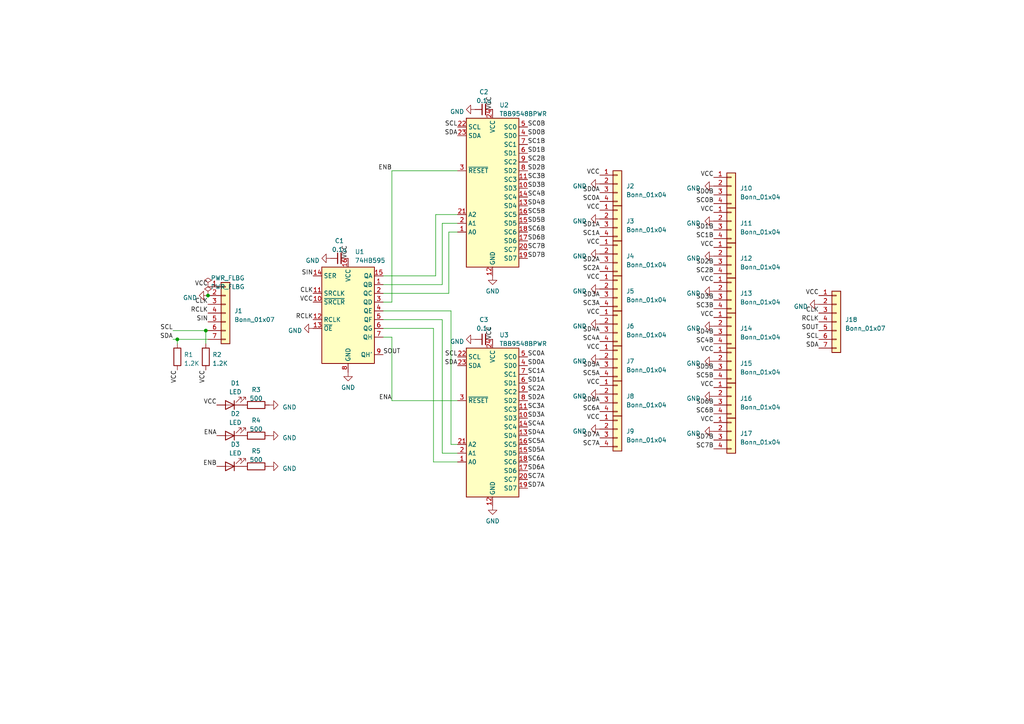
<source format=kicad_sch>
(kicad_sch (version 20230121) (generator eeschema)
  (paper "A4")
  (lib_symbols
    (symbol "74xx:74HC595"
      (property "Reference" "U" (at -7.62 13.97 0))
      (property "Value" "74HC595" (at -7.62 -16.51 0))
      (symbol "74HC595_1_0"
        (pin tri_state line (at 10.16 7.62 180) (length 2.54) (name "QB") (number "1"))
        (pin input line (at -10.16 2.54 0) (length 2.54) (name "~{SRCLR}") (number "10"))
        (pin input line (at -10.16 5.08 0) (length 2.54) (name "SRCLK") (number "11"))
        (pin input line (at -10.16 -2.54 0) (length 2.54) (name "RCLK") (number "12"))
        (pin input line (at -10.16 -5.08 0) (length 2.54) (name "~{OE}") (number "13"))
        (pin input line (at -10.16 10.16 0) (length 2.54) (name "SER") (number "14"))
        (pin tri_state line (at 10.16 10.16 180) (length 2.54) (name "QA") (number "15"))
        (pin power_in line (at 0 15.24 270) (length 2.54) (name "VCC") (number "16"))
        (pin tri_state line (at 10.16 5.08 180) (length 2.54) (name "QC") (number "2"))
        (pin tri_state line (at 10.16 2.54 180) (length 2.54) (name "QD") (number "3"))
        (pin tri_state line (at 10.16 0 180) (length 2.54) (name "QE") (number "4"))
        (pin tri_state line (at 10.16 -2.54 180) (length 2.54) (name "QF") (number "5"))
        (pin tri_state line (at 10.16 -5.08 180) (length 2.54) (name "QG") (number "6"))
        (pin tri_state line (at 10.16 -7.62 180) (length 2.54) (name "QH") (number "7"))
        (pin power_in line (at 0 -17.78 90) (length 2.54) (name "GND") (number "8"))
        (pin output line (at 10.16 -12.7 180) (length 2.54) (name "QH'") (number "9"))
      )
      (symbol "74HC595_1_1"
        (rectangle (start -7.62 12.7) (end 7.62 -15.24) (stroke (width 0.254)) (fill (type background)))
      )
    )
    (symbol "Connector_Generic:Conn_01x04" (pin_names (offset 1.016) hide)
      (property "Reference" "J" (at 0 5.08 0))
      (property "Value" "Conn_01x04" (at 0 -7.62 0))
      (symbol "Conn_01x04_1_1"
        (rectangle (start -1.27 -4.953) (end 0 -5.207) (stroke (width 0.1524)))
        (rectangle (start -1.27 -2.413) (end 0 -2.667) (stroke (width 0.1524)))
        (rectangle (start -1.27 0.127) (end 0 -0.127) (stroke (width 0.1524)))
        (rectangle (start -1.27 2.667) (end 0 2.413) (stroke (width 0.1524)))
        (rectangle (start -1.27 3.81) (end 1.27 -6.35) (stroke (width 0.254)) (fill (type background)))
        (pin passive line (at -5.08 2.54 0) (length 3.81) (name "Pin_1") (number "1"))
        (pin passive line (at -5.08 0 0) (length 3.81) (name "Pin_2") (number "2"))
        (pin passive line (at -5.08 -2.54 0) (length 3.81) (name "Pin_3") (number "3"))
        (pin passive line (at -5.08 -5.08 0) (length 3.81) (name "Pin_4") (number "4"))
      )
    )
    (symbol "Connector_Generic:Conn_01x07" (pin_names (offset 1.016) hide)
      (property "Reference" "J" (at 0 10.16 0))
      (property "Value" "Conn_01x07" (at 0 -10.16 0))
      (symbol "Conn_01x07_1_1"
        (rectangle (start -1.27 -7.493) (end 0 -7.747) (stroke (width 0.1524)))
        (rectangle (start -1.27 -4.953) (end 0 -5.207) (stroke (width 0.1524)))
        (rectangle (start -1.27 -2.413) (end 0 -2.667) (stroke (width 0.1524)))
        (rectangle (start -1.27 0.127) (end 0 -0.127) (stroke (width 0.1524)))
        (rectangle (start -1.27 2.667) (end 0 2.413) (stroke (width 0.1524)))
        (rectangle (start -1.27 5.207) (end 0 4.953) (stroke (width 0.1524)))
        (rectangle (start -1.27 7.747) (end 0 7.493) (stroke (width 0.1524)))
        (rectangle (start -1.27 8.89) (end 1.27 -8.89) (stroke (width 0.254)) (fill (type background)))
        (pin passive line (at -5.08 7.62 0) (length 3.81) (name "Pin_1") (number "1"))
        (pin passive line (at -5.08 5.08 0) (length 3.81) (name "Pin_2") (number "2"))
        (pin passive line (at -5.08 2.54 0) (length 3.81) (name "Pin_3") (number "3"))
        (pin passive line (at -5.08 0 0) (length 3.81) (name "Pin_4") (number "4"))
        (pin passive line (at -5.08 -2.54 0) (length 3.81) (name "Pin_5") (number "5"))
        (pin passive line (at -5.08 -5.08 0) (length 3.81) (name "Pin_6") (number "6"))
        (pin passive line (at -5.08 -7.62 0) (length 3.81) (name "Pin_7") (number "7"))
      )
    )
    (symbol "Device:C_Small" (pin_numbers hide) (pin_names (offset 0.254) hide)
      (property "Reference" "C" (at 0.254 1.778 0))
      (property "Value" "C_Small" (at 0.254 -2.032 0))
      (symbol "C_Small_0_1"
        (polyline (pts (xy -1.524 -0.508) (xy 1.524 -0.508)) (stroke (width 0.3302)))
        (polyline (pts (xy -1.524 0.508) (xy 1.524 0.508)) (stroke (width 0.3048)))
      )
      (symbol "C_Small_1_1"
        (pin passive line (at 0 2.54 270) (length 2.032) (name "~") (number "1"))
        (pin passive line (at 0 -2.54 90) (length 2.032) (name "~") (number "2"))
      )
    )
    (symbol "Device:LED" (pin_numbers hide) (pin_names (offset 1.016) hide)
      (property "Reference" "D" (at 0 2.54 0))
      (property "Value" "LED" (at 0 -2.54 0))
      (symbol "LED_0_1"
        (polyline (pts (xy -1.27 -1.27) (xy -1.27 1.27)) (stroke (width 0.254)))
        (polyline (pts (xy -1.27 0) (xy 1.27 0)))
        (polyline (pts (xy 1.27 -1.27) (xy 1.27 1.27) (xy -1.27 0) (xy 1.27 -1.27)) (stroke (width 0.254)))
        (polyline (pts (xy -3.048 -0.762) (xy -4.572 -2.286) (xy -3.81 -2.286) (xy -4.572 -2.286) (xy -4.572 -1.524)))
        (polyline (pts (xy -1.778 -0.762) (xy -3.302 -2.286) (xy -2.54 -2.286) (xy -3.302 -2.286) (xy -3.302 -1.524)))
      )
      (symbol "LED_1_1"
        (pin passive line (at -3.81 0 0) (length 2.54) (name "K") (number "1"))
        (pin passive line (at 3.81 0 180) (length 2.54) (name "A") (number "2"))
      )
    )
    (symbol "Device:R" (pin_numbers hide) (pin_names (offset 0))
      (property "Reference" "R" (at 2.032 0 90))
      (property "Value" "R" (at 0 0 90))
      (symbol "R_0_1"
        (rectangle (start -1.016 -2.54) (end 1.016 2.54) (stroke (width 0.254)))
      )
      (symbol "R_1_1"
        (pin passive line (at 0 3.81 270) (length 1.27) (name "~") (number "1"))
        (pin passive line (at 0 -3.81 90) (length 1.27) (name "~") (number "2"))
      )
    )
    (symbol "Interface_Expansion:TCA9548APWR"
      (property "Reference" "U" (at -7.62 21.59 0))
      (property "Value" "TCA9548APWR" (at 1.016 21.59 0))
      (symbol "TCA9548APWR_0_1"
        (rectangle (start -7.62 20.32) (end 7.62 -22.86) (stroke (width 0.254)) (fill (type background)))
      )
      (symbol "TCA9548APWR_1_1"
        (pin input line (at -10.16 -12.7 0) (length 2.54) (name "A0") (number "1"))
        (pin bidirectional line (at 10.16 0 180) (length 2.54) (name "SD3") (number "10"))
        (pin output line (at 10.16 2.54 180) (length 2.54) (name "SC3") (number "11"))
        (pin power_in line (at 0 -25.4 90) (length 2.54) (name "GND") (number "12"))
        (pin bidirectional line (at 10.16 -5.08 180) (length 2.54) (name "SD4") (number "13"))
        (pin output line (at 10.16 -2.54 180) (length 2.54) (name "SC4") (number "14"))
        (pin bidirectional line (at 10.16 -10.16 180) (length 2.54) (name "SD5") (number "15"))
        (pin output line (at 10.16 -7.62 180) (length 2.54) (name "SC5") (number "16"))
        (pin bidirectional line (at 10.16 -15.24 180) (length 2.54) (name "SD6") (number "17"))
        (pin output line (at 10.16 -12.7 180) (length 2.54) (name "SC6") (number "18"))
        (pin bidirectional line (at 10.16 -20.32 180) (length 2.54) (name "SD7") (number "19"))
        (pin input line (at -10.16 -10.16 0) (length 2.54) (name "A1") (number "2"))
        (pin output line (at 10.16 -17.78 180) (length 2.54) (name "SC7") (number "20"))
        (pin input line (at -10.16 -7.62 0) (length 2.54) (name "A2") (number "21"))
        (pin input line (at -10.16 17.78 0) (length 2.54) (name "SCL") (number "22"))
        (pin bidirectional line (at -10.16 15.24 0) (length 2.54) (name "SDA") (number "23"))
        (pin power_in line (at 0 22.86 270) (length 2.54) (name "VCC") (number "24"))
        (pin input line (at -10.16 5.08 0) (length 2.54) (name "~{RESET}") (number "3"))
        (pin bidirectional line (at 10.16 15.24 180) (length 2.54) (name "SD0") (number "4"))
        (pin output line (at 10.16 17.78 180) (length 2.54) (name "SC0") (number "5"))
        (pin bidirectional line (at 10.16 10.16 180) (length 2.54) (name "SD1") (number "6"))
        (pin output line (at 10.16 12.7 180) (length 2.54) (name "SC1") (number "7"))
        (pin bidirectional line (at 10.16 5.08 180) (length 2.54) (name "SD2") (number "8"))
        (pin output line (at 10.16 7.62 180) (length 2.54) (name "SC2") (number "9"))
      )
    )
    (symbol "power:GND" (power) (pin_names (offset 0))
      (property "Value" "GND" (at 0 -3.81 0))
      (symbol "GND_0_1"
        (polyline (pts (xy 0 0) (xy 0 -1.27) (xy 1.27 -1.27) (xy 0 -2.54) (xy -1.27 -1.27) (xy 0 -1.27)))
      )
      (symbol "GND_1_1"
        (pin power_in line (at 0 0 270) (length 0) hide (name "GND") (number "1"))
      )
    )
    (symbol "power:PWR_FLAG" (power) (pin_numbers hide) (pin_names (offset 0) hide)
      (property "Value" "PWR_FLAG" (at 0 3.81 0))
      (symbol "PWR_FLAG_0_0"
        (pin power_out line (at 0 0 90) (length 0) (name "pwr") (number "1"))
      )
      (symbol "PWR_FLAG_0_1"
        (polyline (pts (xy 0 0) (xy 0 1.27) (xy -1.016 1.905) (xy 0 2.54) (xy 1.016 1.905) (xy 0 1.27)))
      )
    )
  )
  (junction (at 51.435 98.425))
  (junction (at 60.325 85.725))
  (junction (at 59.69 95.885))
  (wire (pts (xy 113.665 97.79) (xy 111.125 97.79)))
  (wire (pts (xy 132.715 133.985) (xy 125.73 133.985)))
  (wire (pts (xy 113.665 116.205) (xy 113.665 97.79)))
  (wire (pts (xy 132.715 67.31) (xy 130.175 67.31)))
  (wire (pts (xy 111.125 80.01) (xy 126.365 80.01)))
  (wire (pts (xy 125.73 95.25) (xy 111.125 95.25)))
  (wire (pts (xy 51.435 99.695) (xy 51.435 98.425)))
  (wire (pts (xy 130.175 67.31) (xy 130.175 85.09)))
  (wire (pts (xy 51.435 98.425) (xy 50.165 98.425)))
  (wire (pts (xy 126.365 62.23) (xy 132.715 62.23)))
  (wire (pts (xy 132.715 116.205) (xy 113.665 116.205)))
  (wire (pts (xy 128.27 131.445) (xy 128.27 92.71)))
  (wire (pts (xy 128.27 82.55) (xy 128.27 64.77)))
  (wire (pts (xy 130.81 128.905) (xy 130.81 90.17)))
  (wire (pts (xy 132.715 131.445) (xy 128.27 131.445)))
  (wire (pts (xy 128.27 64.77) (xy 132.715 64.77)))
  (wire (pts (xy 113.665 49.53) (xy 113.665 87.63)))
  (wire (pts (xy 51.435 98.425) (xy 60.325 98.425)))
  (wire (pts (xy 132.715 128.905) (xy 130.81 128.905)))
  (wire (pts (xy 126.365 80.01) (xy 126.365 62.23)))
  (wire (pts (xy 125.73 133.985) (xy 125.73 95.25)))
  (wire (pts (xy 130.175 85.09) (xy 111.125 85.09)))
  (wire (pts (xy 132.715 49.53) (xy 113.665 49.53)))
  (wire (pts (xy 59.69 95.885) (xy 59.69 99.695)))
  (wire (pts (xy 59.69 95.885) (xy 60.325 95.885)))
  (wire (pts (xy 111.125 82.55) (xy 128.27 82.55)))
  (wire (pts (xy 113.665 87.63) (xy 111.125 87.63)))
  (wire (pts (xy 50.165 95.885) (xy 59.69 95.885)))
  (wire (pts (xy 128.27 92.71) (xy 111.125 92.71)))
  (wire (pts (xy 130.81 90.17) (xy 111.125 90.17)))
  (label "SC0B" (at 153.035 36.83 0))
  (label "VCC" (at 142.875 31.75 90))
  (label "SD3B" (at 153.035 54.61 0))
  (label "SCL" (at 132.715 36.83 180))
  (label "SD3B" (at 207.01 86.995 180))
  (label "SC4A" (at 153.035 123.825 0))
  (label "VCC" (at 142.875 98.425 90))
  (label "SD5B" (at 153.035 64.77 0))
  (label "VCC" (at 173.99 50.8 180))
  (label "SC1B" (at 153.035 41.91 0))
  (label "SC3B" (at 153.035 52.07 0))
  (label "SD7B" (at 207.01 127.635 180))
  (label "SD5B" (at 207.01 107.315 180))
  (label "ENA" (at 62.865 126.365 180))
  (label "SD7A" (at 153.035 141.605 0))
  (label "SD2B" (at 153.035 49.53 0))
  (label "SD5A" (at 173.99 106.68 180))
  (label "SC2A" (at 173.99 78.74 180))
  (label "VCC" (at 207.01 92.075 180))
  (label "SC5B" (at 207.01 109.855 180))
  (label "SC1A" (at 153.035 108.585 0))
  (label "RCLK" (at 90.805 92.71 180))
  (label "SC4B" (at 153.035 57.15 0))
  (label "SC5A" (at 153.035 128.905 0))
  (label "VCC" (at 173.99 91.44 180))
  (label "SC7B" (at 153.035 72.39 0))
  (label "CLK" (at 60.325 88.265 180))
  (label "SC6A" (at 153.035 133.985 0))
  (label "SC2A" (at 153.035 113.665 0))
  (label "SD0B" (at 207.01 56.515 180))
  (label "VCC" (at 59.69 107.315 270))
  (label "VCC" (at 51.435 107.315 270))
  (label "ENB" (at 62.865 135.255 180))
  (label "SD5A" (at 153.035 131.445 0))
  (label "SD7A" (at 173.99 127 180))
  (label "SC3B" (at 207.01 89.535 180))
  (label "SDA" (at 132.715 39.37 180))
  (label "SC2B" (at 153.035 46.99 0))
  (label "VCC" (at 173.99 81.28 180))
  (label "SDA" (at 237.49 100.965 180))
  (label "VCC" (at 100.965 74.93 90))
  (label "SC5B" (at 153.035 62.23 0))
  (label "SD0B" (at 153.035 39.37 0))
  (label "SIN" (at 90.805 80.01 180))
  (label "CLK" (at 90.805 85.09 180))
  (label "VCC" (at 207.01 112.395 180))
  (label "RCLK" (at 60.325 90.805 180))
  (label "VCC" (at 207.01 102.235 180))
  (label "SD4A" (at 173.99 96.52 180))
  (label "SD6A" (at 153.035 136.525 0))
  (label "SC2B" (at 207.01 79.375 180))
  (label "VCC" (at 207.01 71.755 180))
  (label "VCC" (at 173.99 101.6 180))
  (label "SC7A" (at 173.99 129.54 180))
  (label "SD0A" (at 173.99 55.88 180))
  (label "SC6B" (at 153.035 67.31 0))
  (label "SCL" (at 50.165 95.885 180))
  (label "SD6B" (at 153.035 69.85 0))
  (label "SC7B" (at 207.01 130.175 180))
  (label "SD2B" (at 207.01 76.835 180))
  (label "SC0A" (at 153.035 103.505 0))
  (label "SC5A" (at 173.99 109.22 180))
  (label "SC3A" (at 153.035 118.745 0))
  (label "SC4A" (at 173.99 99.06 180))
  (label "SD6A" (at 173.99 116.84 180))
  (label "SCL" (at 237.49 98.425 180))
  (label "VCC" (at 173.99 60.96 180))
  (label "VCC" (at 207.01 122.555 180))
  (label "SOUT" (at 111.125 102.87 0))
  (label "VCC" (at 237.49 85.725 180))
  (label "ENA" (at 113.665 116.205 180))
  (label "SD6B" (at 207.01 117.475 180))
  (label "SC1B" (at 207.01 69.215 180))
  (label "VCC" (at 90.805 87.63 180))
  (label "SC3A" (at 173.99 88.9 180))
  (label "SC7A" (at 153.035 139.065 0))
  (label "SC6A" (at 173.99 119.38 180))
  (label "SD3A" (at 173.99 86.36 180))
  (label "SC0A" (at 173.99 58.42 180))
  (label "VCC" (at 62.865 117.475 180))
  (label "SD1B" (at 153.035 44.45 0))
  (label "ENB" (at 113.665 49.53 180))
  (label "SC1A" (at 173.99 68.58 180))
  (label "CLK" (at 237.49 90.805 180))
  (label "SD2A" (at 173.99 76.2 180))
  (label "SD4A" (at 153.035 126.365 0))
  (label "SD4B" (at 207.01 97.155 180))
  (label "SD2A" (at 153.035 116.205 0))
  (label "SC4B" (at 207.01 99.695 180))
  (label "SIN" (at 60.325 93.345 180))
  (label "SD7B" (at 153.035 74.93 0))
  (label "VCC" (at 173.99 71.12 180))
  (label "VCC" (at 207.01 61.595 180))
  (label "SC6B" (at 207.01 120.015 180))
  (label "VCC" (at 207.01 51.435 180))
  (label "SC0B" (at 207.01 59.055 180))
  (label "SCL" (at 132.715 103.505 180))
  (label "SDA" (at 50.165 98.425 180))
  (label "VCC" (at 173.99 121.92 180))
  (label "SD1A" (at 153.035 111.125 0))
  (label "SD1A" (at 173.99 66.04 180))
  (label "VCC" (at 60.325 83.185 180))
  (label "SD0A" (at 153.035 106.045 0))
  (label "RCLK" (at 237.49 93.345 180))
  (label "SD4B" (at 153.035 59.69 0))
  (label "SD1B" (at 207.01 66.675 180))
  (label "SOUT" (at 237.49 95.885 180))
  (label "SDA" (at 132.715 106.045 180))
  (label "VCC" (at 173.99 111.76 180))
  (label "SD3A" (at 153.035 121.285 0))
  (label "VCC" (at 207.01 81.915 180))
  (symbol (lib_id "Device:R") (at 74.295 126.365 90) (unit 1)
    (property "Reference" "R4" (at 74.295 121.92 90))
    (property "Value" "500" (at 74.295 124.46 90))
    (property "Footprint" "Resistor_SMD:R_0402_1005Metric" (effects hide))
  )
  (symbol (lib_id "Connector_Generic:Conn_01x04") (at 212.09 64.135 0) (unit 1)
    (property "Reference" "J11" (at 214.63 64.77 0) (effects (justify left)))
    (property "Value" "Bonn_01x04" (at 214.63 67.31 0) (effects (justify left)))
    (property "Footprint" "Connector_PinHeader_2.54mm:PinHeader_1x04_P2.54mm_Vertical" (effects hide))
  )
  (symbol (lib_id "Device:C_Small") (at 98.425 74.93 90) (unit 1)
    (property "Reference" "C1" (at 98.4313 69.85 90))
    (property "Value" "0.1u" (at 98.4313 72.39 90))
    (property "Footprint" "Capacitor_SMD:C_0402_1005Metric" (effects hide))
  )
  (symbol (lib_id "power:GND") (at 142.875 80.01 0) (unit 1)
    (property "Reference" "#PWR09" (effects hide))
    (property "Value" "GND" (at 142.875 84.455 0))
  )
  (symbol (lib_id "power:GND") (at 173.99 83.82 270) (unit 1)
    (property "Reference" "#PWR012" (effects hide))
    (property "Value" "GND" (at 170.18 84.455 90) (effects (justify right)))
  )
  (symbol (lib_id "power:GND") (at 78.105 126.365 90) (unit 1)
    (property "Reference" "#PWR027" (effects hide))
    (property "Value" "GND" (at 81.915 127 90) (effects (justify right)))
  )
  (symbol (lib_id "Connector_Generic:Conn_01x04") (at 179.07 104.14 0) (unit 1)
    (property "Reference" "J7" (at 181.61 104.775 0) (effects (justify left)))
    (property "Value" "Bonn_01x04" (at 181.61 107.315 0) (effects (justify left)))
    (property "Footprint" "Connector_PinHeader_2.54mm:PinHeader_1x04_P2.54mm_Vertical" (effects hide))
  )
  (symbol (lib_id "power:GND") (at 173.99 124.46 270) (unit 1)
    (property "Reference" "#PWR024" (effects hide))
    (property "Value" "GND" (at 170.18 125.095 90) (effects (justify right)))
  )
  (symbol (lib_id "power:GND") (at 137.795 31.75 270) (unit 1)
    (property "Reference" "#PWR01" (effects hide))
    (property "Value" "GND" (at 134.62 32.385 90) (effects (justify right)))
  )
  (symbol (lib_id "power:GND") (at 60.325 85.725 270) (unit 1)
    (property "Reference" "#PWR010" (effects hide))
    (property "Value" "GND" (at 57.15 86.36 90) (effects (justify right)))
  )
  (symbol (lib_id "power:GND") (at 207.01 74.295 270) (unit 1)
    (property "Reference" "#PWR07" (effects hide))
    (property "Value" "GND" (at 203.2 74.93 90) (effects (justify right)))
  )
  (symbol (lib_id "power:GND") (at 78.105 135.255 90) (unit 1)
    (property "Reference" "#PWR028" (effects hide))
    (property "Value" "GND" (at 81.915 135.89 90) (effects (justify right)))
  )
  (symbol (lib_id "power:GND") (at 173.99 53.34 270) (unit 1)
    (property "Reference" "#PWR03" (effects hide))
    (property "Value" "GND" (at 170.18 53.975 90) (effects (justify right)))
  )
  (symbol (lib_id "Connector_Generic:Conn_01x04") (at 212.09 84.455 0) (unit 1)
    (property "Reference" "J13" (at 214.63 85.09 0) (effects (justify left)))
    (property "Value" "Bonn_01x04" (at 214.63 87.63 0) (effects (justify left)))
    (property "Footprint" "Connector_PinHeader_2.54mm:PinHeader_1x04_P2.54mm_Vertical" (effects hide))
  )
  (symbol (lib_id "Device:LED") (at 66.675 117.475 180) (unit 1)
    (property "Reference" "D1" (at 68.2625 111.125 0))
    (property "Value" "LED" (at 68.2625 113.665 0))
    (property "Footprint" "LED_SMD:LED_0603_1608Metric" (effects hide))
  )
  (symbol (lib_id "Device:R") (at 51.435 103.505 0) (unit 1)
    (property "Reference" "R1" (at 53.34 102.87 0) (effects (justify left)))
    (property "Value" "1.2K" (at 53.34 105.41 0) (effects (justify left)))
    (property "Footprint" "Resistor_SMD:R_0402_1005Metric" (effects hide))
  )
  (symbol (lib_id "Connector_Generic:Conn_01x04") (at 179.07 114.3 0) (unit 1)
    (property "Reference" "J8" (at 181.61 114.935 0) (effects (justify left)))
    (property "Value" "Bonn_01x04" (at 181.61 117.475 0) (effects (justify left)))
    (property "Footprint" "Connector_PinHeader_2.54mm:PinHeader_1x04_P2.54mm_Vertical" (effects hide))
  )
  (symbol (lib_id "Connector_Generic:Conn_01x07") (at 242.57 93.345 0) (unit 1)
    (property "Reference" "J18" (at 245.11 92.71 0) (effects (justify left)))
    (property "Value" "Bonn_01x07" (at 245.11 95.25 0) (effects (justify left)))
    (property "Footprint" "Connector_PinHeader_2.54mm:PinHeader_1x07_P2.54mm_Horizontal" (effects hide))
  )
  (symbol (lib_id "Connector_Generic:Conn_01x04") (at 179.07 73.66 0) (unit 1)
    (property "Reference" "J4" (at 181.61 74.295 0) (effects (justify left)))
    (property "Value" "Bonn_01x04" (at 181.61 76.835 0) (effects (justify left)))
    (property "Footprint" "Connector_PinHeader_2.54mm:PinHeader_1x04_P2.54mm_Vertical" (effects hide))
  )
  (symbol (lib_id "Connector_Generic:Conn_01x04") (at 212.09 104.775 0) (unit 1)
    (property "Reference" "J15" (at 214.63 105.41 0) (effects (justify left)))
    (property "Value" "Bonn_01x04" (at 214.63 107.95 0) (effects (justify left)))
    (property "Footprint" "Connector_PinHeader_2.54mm:PinHeader_1x04_P2.54mm_Vertical" (effects hide))
  )
  (symbol (lib_id "power:GND") (at 173.99 63.5 270) (unit 1)
    (property "Reference" "#PWR05" (effects hide))
    (property "Value" "GND" (at 170.18 64.135 90) (effects (justify right)))
  )
  (symbol (lib_id "power:GND") (at 207.01 104.775 270) (unit 1)
    (property "Reference" "#PWR018" (effects hide))
    (property "Value" "GND" (at 203.2 105.41 90) (effects (justify right)))
  )
  (symbol (lib_id "power:GND") (at 207.01 53.975 270) (unit 1)
    (property "Reference" "#PWR02" (effects hide))
    (property "Value" "GND" (at 203.2 54.61 90) (effects (justify right)))
  )
  (symbol (lib_id "Connector_Generic:Conn_01x04") (at 212.09 125.095 0) (unit 1)
    (property "Reference" "J17" (at 214.63 125.73 0) (effects (justify left)))
    (property "Value" "Bonn_01x04" (at 214.63 128.27 0) (effects (justify left)))
    (property "Footprint" "Connector_PinHeader_2.54mm:PinHeader_1x04_P2.54mm_Vertical" (effects hide))
  )
  (symbol (lib_id "Connector_Generic:Conn_01x04") (at 179.07 63.5 0) (unit 1)
    (property "Reference" "J3" (at 181.61 64.135 0) (effects (justify left)))
    (property "Value" "Bonn_01x04" (at 181.61 66.675 0) (effects (justify left)))
    (property "Footprint" "Connector_PinHeader_2.54mm:PinHeader_1x04_P2.54mm_Vertical" (effects hide))
  )
  (symbol (lib_id "power:PWR_FLAG") (at 60.325 85.725 0) (unit 1)
    (property "Reference" "#FLG02" (effects hide))
    (property "Value" "PWR_FLBG" (at 66.04 83.185 0))
  )
  (symbol (lib_id "Connector_Generic:Conn_01x07") (at 65.405 90.805 0) (unit 1)
    (property "Reference" "J1" (at 67.945 90.17 0) (effects (justify left)))
    (property "Value" "Bonn_01x07" (at 67.945 92.71 0) (effects (justify left)))
    (property "Footprint" "Connector_PinSocket_2.54mm:PinSocket_1x07_P2.54mm_Horizontal" (effects hide))
  )
  (symbol (lib_id "power:GND") (at 207.01 94.615 270) (unit 1)
    (property "Reference" "#PWR015" (effects hide))
    (property "Value" "GND" (at 203.2 95.25 90) (effects (justify right)))
  )
  (symbol (lib_id "power:GND") (at 142.875 146.685 0) (unit 1)
    (property "Reference" "#PWR025" (effects hide))
    (property "Value" "GND" (at 142.875 151.13 0))
  )
  (symbol (lib_id "power:GND") (at 207.01 125.095 270) (unit 1)
    (property "Reference" "#PWR023" (effects hide))
    (property "Value" "GND" (at 203.2 125.73 90) (effects (justify right)))
  )
  (symbol (lib_id "power:GND") (at 173.99 73.66 270) (unit 1)
    (property "Reference" "#PWR08" (effects hide))
    (property "Value" "GND" (at 170.18 74.295 90) (effects (justify right)))
  )
  (symbol (lib_id "Device:R") (at 74.295 117.475 90) (unit 1)
    (property "Reference" "R3" (at 74.295 113.03 90))
    (property "Value" "500" (at 74.295 115.57 90))
    (property "Footprint" "Resistor_SMD:R_0402_1005Metric" (effects hide))
  )
  (symbol (lib_id "Interface_Expansion:TCA9548APWR") (at 142.875 54.61 0) (unit 1)
    (property "Reference" "U2" (at 144.8309 30.48 0) (effects (justify left)))
    (property "Value" "TBB9548BPWR" (at 144.8309 33.02 0) (effects (justify left)))
    (property "Footprint" "Package_SO:TSSOP-24_4.4x7.8mm_P0.65mm" (effects hide))
    (property "Datasheet" "http://www.ti.com/lit/ds/symlink/tca9548a.pdf" (effects hide))
  )
  (symbol (lib_id "power:GND") (at 207.01 64.135 270) (unit 1)
    (property "Reference" "#PWR04" (effects hide))
    (property "Value" "GND" (at 203.2 64.77 90) (effects (justify right)))
  )
  (symbol (lib_id "Connector_Generic:Conn_01x04") (at 179.07 83.82 0) (unit 1)
    (property "Reference" "J5" (at 181.61 84.455 0) (effects (justify left)))
    (property "Value" "Bonn_01x04" (at 181.61 86.995 0) (effects (justify left)))
    (property "Footprint" "Connector_PinHeader_2.54mm:PinHeader_1x04_P2.54mm_Vertical" (effects hide))
  )
  (symbol (lib_id "power:GND") (at 173.99 104.14 270) (unit 1)
    (property "Reference" "#PWR019" (effects hide))
    (property "Value" "GND" (at 170.18 104.775 90) (effects (justify right)))
  )
  (symbol (lib_id "power:PWR_FLAG") (at 60.325 83.185 0) (unit 1)
    (property "Reference" "#FLG01" (effects hide))
    (property "Value" "PWR_FLBG" (at 66.04 80.645 0))
  )
  (symbol (lib_id "Connector_Generic:Conn_01x04") (at 179.07 124.46 0) (unit 1)
    (property "Reference" "J9" (at 181.61 125.095 0) (effects (justify left)))
    (property "Value" "Bonn_01x04" (at 181.61 127.635 0) (effects (justify left)))
    (property "Footprint" "Connector_PinHeader_2.54mm:PinHeader_1x04_P2.54mm_Vertical" (effects hide))
  )
  (symbol (lib_id "power:GND") (at 207.01 84.455 270) (unit 1)
    (property "Reference" "#PWR011" (effects hide))
    (property "Value" "GND" (at 203.2 85.09 90) (effects (justify right)))
  )
  (symbol (lib_id "Connector_Generic:Conn_01x04") (at 212.09 114.935 0) (unit 1)
    (property "Reference" "J16" (at 214.63 115.57 0) (effects (justify left)))
    (property "Value" "Bonn_01x04" (at 214.63 118.11 0) (effects (justify left)))
    (property "Footprint" "Connector_PinHeader_2.54mm:PinHeader_1x04_P2.54mm_Vertical" (effects hide))
  )
  (symbol (lib_id "Connector_Generic:Conn_01x04") (at 212.09 74.295 0) (unit 1)
    (property "Reference" "J12" (at 214.63 74.93 0) (effects (justify left)))
    (property "Value" "Bonn_01x04" (at 214.63 77.47 0) (effects (justify left)))
    (property "Footprint" "Connector_PinHeader_2.54mm:PinHeader_1x04_P2.54mm_Vertical" (effects hide))
  )
  (symbol (lib_id "power:GND") (at 90.805 95.25 270) (unit 1)
    (property "Reference" "#PWR014" (effects hide))
    (property "Value" "GND" (at 87.63 95.885 90) (effects (justify right)))
  )
  (symbol (lib_id "Connector_Generic:Conn_01x04") (at 212.09 94.615 0) (unit 1)
    (property "Reference" "J14" (at 214.63 95.25 0) (effects (justify left)))
    (property "Value" "Bonn_01x04" (at 214.63 97.79 0) (effects (justify left)))
    (property "Footprint" "Connector_PinHeader_2.54mm:PinHeader_1x04_P2.54mm_Vertical" (effects hide))
  )
  (symbol (lib_id "power:GND") (at 78.105 117.475 90) (unit 1)
    (property "Reference" "#PWR026" (effects hide))
    (property "Value" "GND" (at 81.915 118.11 90) (effects (justify right)))
  )
  (symbol (lib_id "Connector_Generic:Conn_01x04") (at 179.07 93.98 0) (unit 1)
    (property "Reference" "J6" (at 181.61 94.615 0) (effects (justify left)))
    (property "Value" "Bonn_01x04" (at 181.61 97.155 0) (effects (justify left)))
    (property "Footprint" "Connector_PinHeader_2.54mm:PinHeader_1x04_P2.54mm_Vertical" (effects hide))
  )
  (symbol (lib_id "power:GND") (at 100.965 107.95 0) (unit 1)
    (property "Reference" "#PWR020" (effects hide))
    (property "Value" "GND" (at 100.965 112.395 0))
  )
  (symbol (lib_id "Connector_Generic:Conn_01x04") (at 179.07 53.34 0) (unit 1)
    (property "Reference" "J2" (at 181.61 53.975 0) (effects (justify left)))
    (property "Value" "Bonn_01x04" (at 181.61 56.515 0) (effects (justify left)))
    (property "Footprint" "Connector_PinHeader_2.54mm:PinHeader_1x04_P2.54mm_Vertical" (effects hide))
  )
  (symbol (lib_id "power:GND") (at 95.885 74.93 270) (unit 1)
    (property "Reference" "#PWR06" (effects hide))
    (property "Value" "GND" (at 92.71 75.565 90) (effects (justify right)))
  )
  (symbol (lib_id "power:GND") (at 137.795 98.425 270) (unit 1)
    (property "Reference" "#PWR017" (effects hide))
    (property "Value" "GND" (at 134.62 99.06 90) (effects (justify right)))
  )
  (symbol (lib_id "Connector_Generic:Conn_01x04") (at 212.09 53.975 0) (unit 1)
    (property "Reference" "J10" (at 214.63 54.61 0) (effects (justify left)))
    (property "Value" "Bonn_01x04" (at 214.63 57.15 0) (effects (justify left)))
    (property "Footprint" "Connector_PinHeader_2.54mm:PinHeader_1x04_P2.54mm_Vertical" (effects hide))
  )
  (symbol (lib_id "74xx:74HC595") (at 100.965 90.17 0) (unit 1)
    (property "Reference" "U1" (at 102.9209 73.025 0) (effects (justify left)))
    (property "Value" "74HB595" (at 102.9209 75.565 0) (effects (justify left)))
    (property "Footprint" "Package_SO:TSSOP-16_4.4x5mm_P0.65mm" (effects hide))
    (property "Datasheet" "http://www.ti.com/lit/ds/symlink/sn74hc595.pdf" (effects hide))
  )
  (symbol (lib_id "Interface_Expansion:TCA9548APWR") (at 142.875 121.285 0) (unit 1)
    (property "Reference" "U3" (at 144.8309 97.155 0) (effects (justify left)))
    (property "Value" "TBB9548BPWR" (at 144.8309 99.695 0) (effects (justify left)))
    (property "Footprint" "Package_SO:TSSOP-24_4.4x7.8mm_P0.65mm" (effects hide))
    (property "Datasheet" "http://www.ti.com/lit/ds/symlink/tca9548a.pdf" (effects hide))
  )
  (symbol (lib_id "Device:C_Small") (at 140.335 98.425 90) (unit 1)
    (property "Reference" "C3" (at 140.3413 92.71 90))
    (property "Value" "0.1u" (at 140.3413 95.25 90))
    (property "Footprint" "Capacitor_SMD:C_0402_1005Metric" (effects hide))
  )
  (symbol (lib_id "power:GND") (at 173.99 93.98 270) (unit 1)
    (property "Reference" "#PWR016" (effects hide))
    (property "Value" "GND" (at 170.18 94.615 90) (effects (justify right)))
  )
  (symbol (lib_id "power:GND") (at 173.99 114.3 270) (unit 1)
    (property "Reference" "#PWR022" (effects hide))
    (property "Value" "GND" (at 170.18 114.935 90) (effects (justify right)))
  )
  (symbol (lib_id "Device:LED") (at 66.675 126.365 180) (unit 1)
    (property "Reference" "D2" (at 68.2625 120.015 0))
    (property "Value" "LED" (at 68.2625 122.555 0))
    (property "Footprint" "LED_SMD:LED_0603_1608Metric" (effects hide))
  )
  (symbol (lib_id "Device:LED") (at 66.675 135.255 180) (unit 1)
    (property "Reference" "D3" (at 68.2625 128.905 0))
    (property "Value" "LED" (at 68.2625 131.445 0))
    (property "Footprint" "LED_SMD:LED_0603_1608Metric" (effects hide))
  )
  (symbol (lib_id "Device:C_Small") (at 140.335 31.75 90) (unit 1)
    (property "Reference" "C2" (at 140.3413 26.67 90))
    (property "Value" "0.1u" (at 140.3413 29.21 90))
    (property "Footprint" "Capacitor_SMD:C_0402_1005Metric" (effects hide))
  )
  (symbol (lib_id "power:GND") (at 237.49 88.265 270) (unit 1)
    (property "Reference" "#PWR013" (effects hide))
    (property "Value" "GND" (at 234.315 88.9 90) (effects (justify right)))
  )
  (symbol (lib_id "power:GND") (at 207.01 114.935 270) (unit 1)
    (property "Reference" "#PWR021" (effects hide))
    (property "Value" "GND" (at 203.2 115.57 90) (effects (justify right)))
  )
  (symbol (lib_id "Device:R") (at 59.69 103.505 0) (unit 1)
    (property "Reference" "R2" (at 61.595 102.87 0) (effects (justify left)))
    (property "Value" "1.2K" (at 61.595 105.41 0) (effects (justify left)))
    (property "Footprint" "Resistor_SMD:R_0402_1005Metric" (effects hide))
  )
  (symbol (lib_id "Device:R") (at 74.295 135.255 90) (unit 1)
    (property "Reference" "R5" (at 74.295 130.81 90))
    (property "Value" "500" (at 74.295 133.35 90))
    (property "Footprint" "Resistor_SMD:R_0402_1005Metric" (effects hide))
  )
)
</source>
